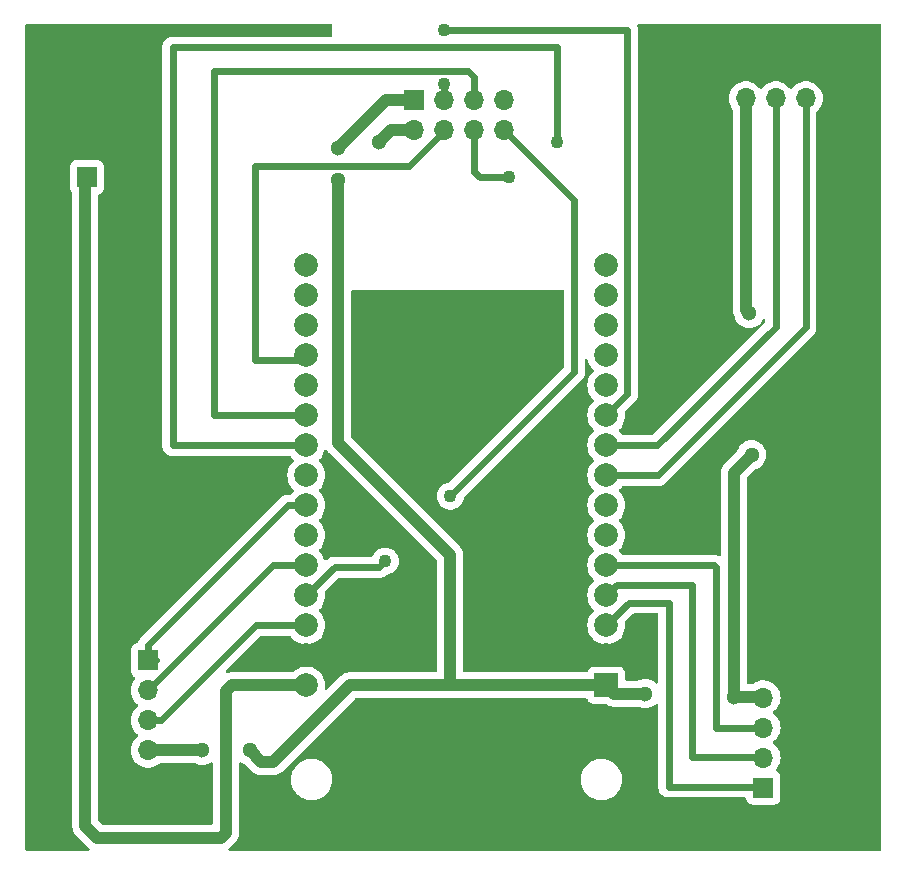
<source format=gbr>
%TF.GenerationSoftware,KiCad,Pcbnew,8.0.5*%
%TF.CreationDate,2024-09-12T11:41:08-05:00*%
%TF.ProjectId,control,636f6e74-726f-46c2-9e6b-696361645f70,rev?*%
%TF.SameCoordinates,Original*%
%TF.FileFunction,Copper,L2,Bot*%
%TF.FilePolarity,Positive*%
%FSLAX46Y46*%
G04 Gerber Fmt 4.6, Leading zero omitted, Abs format (unit mm)*
G04 Created by KiCad (PCBNEW 8.0.5) date 2024-09-12 11:41:08*
%MOMM*%
%LPD*%
G01*
G04 APERTURE LIST*
%TA.AperFunction,ComponentPad*%
%ADD10R,1.700000X1.700000*%
%TD*%
%TA.AperFunction,ComponentPad*%
%ADD11O,1.700000X1.700000*%
%TD*%
%TA.AperFunction,ComponentPad*%
%ADD12R,2.000000X2.000000*%
%TD*%
%TA.AperFunction,ComponentPad*%
%ADD13C,2.000000*%
%TD*%
%TA.AperFunction,ViaPad*%
%ADD14C,1.300000*%
%TD*%
%TA.AperFunction,ViaPad*%
%ADD15C,1.100000*%
%TD*%
%TA.AperFunction,Conductor*%
%ADD16C,1.000000*%
%TD*%
%TA.AperFunction,Conductor*%
%ADD17C,0.600000*%
%TD*%
G04 APERTURE END LIST*
D10*
%TO.P,J3,1,Pin_1*%
%TO.N,/Boton_M*%
X92900000Y-104400000D03*
D11*
%TO.P,J3,2,Pin_2*%
%TO.N,/VRY_M*%
X92900000Y-106940000D03*
%TO.P,J3,3,Pin_3*%
%TO.N,/VRX_M*%
X92900000Y-109480000D03*
%TO.P,J3,4,Pin_4*%
%TO.N,+3.3V*%
X92900000Y-112020000D03*
%TO.P,J3,5,Pin_5*%
%TO.N,GND*%
X92900000Y-114560000D03*
%TD*%
D10*
%TO.P,J4,1,Pin_1*%
%TO.N,/Boton_A*%
X145000000Y-115160000D03*
D11*
%TO.P,J4,2,Pin_2*%
%TO.N,/VRY_A*%
X145000000Y-112620000D03*
%TO.P,J4,3,Pin_3*%
%TO.N,/VRX_A*%
X145000000Y-110080000D03*
%TO.P,J4,4,Pin_4*%
%TO.N,+3.3V*%
X145000000Y-107540000D03*
%TO.P,J4,5,Pin_5*%
%TO.N,GND*%
X145000000Y-105000000D03*
%TD*%
D12*
%TO.P,U1,1,3V3*%
%TO.N,+3.3V*%
X131700000Y-106515000D03*
D13*
%TO.P,U1,2,GND*%
%TO.N,GND*%
X131700000Y-103975000D03*
%TO.P,U1,3,D15*%
%TO.N,/Boton_A*%
X131700000Y-101435000D03*
%TO.P,U1,4,D2*%
%TO.N,/VRY_A*%
X131700000Y-98895000D03*
%TO.P,U1,5,D4*%
%TO.N,/VRX_A*%
X131700000Y-96355000D03*
%TO.P,U1,6,RX2*%
%TO.N,unconnected-(U1-RX2-Pad6)*%
X131700000Y-93815000D03*
%TO.P,U1,7,TX2*%
%TO.N,unconnected-(U1-TX2-Pad7)*%
X131700000Y-91275000D03*
%TO.P,U1,8,D5*%
%TO.N,/sda*%
X131700000Y-88735000D03*
%TO.P,U1,9,D18*%
%TO.N,/scl*%
X131700000Y-86195000D03*
%TO.P,U1,10,D19*%
%TO.N,/CSN*%
X131700000Y-83655000D03*
%TO.P,U1,11,D21*%
%TO.N,unconnected-(U1-D21-Pad11)*%
X131700000Y-81115000D03*
%TO.P,U1,12,RX0*%
%TO.N,unconnected-(U1-RX0-Pad12)*%
X131700000Y-78575000D03*
%TO.P,U1,13,TX0*%
%TO.N,unconnected-(U1-TX0-Pad13)*%
X131700000Y-76035000D03*
%TO.P,U1,14,D22*%
%TO.N,unconnected-(U1-D22-Pad14)*%
X131700000Y-73495000D03*
%TO.P,U1,15,D23*%
%TO.N,unconnected-(U1-D23-Pad15)*%
X131700000Y-70955000D03*
%TO.P,U1,16,EN*%
%TO.N,unconnected-(U1-EN-Pad16)*%
X106300000Y-70955000D03*
%TO.P,U1,17,VP*%
%TO.N,unconnected-(U1-VP-Pad17)*%
X106300000Y-73495000D03*
%TO.P,U1,18,VN*%
%TO.N,unconnected-(U1-VN-Pad18)*%
X106300000Y-76035000D03*
%TO.P,U1,19,D34*%
%TO.N,/CE*%
X106300000Y-78575000D03*
%TO.P,U1,20,D35*%
%TO.N,unconnected-(U1-D35-Pad20)*%
X106300000Y-81115000D03*
%TO.P,U1,21,D32*%
%TO.N,/MOSI*%
X106300000Y-83655000D03*
%TO.P,U1,22,D33*%
%TO.N,/SCK*%
X106300000Y-86195000D03*
%TO.P,U1,23,D25*%
%TO.N,unconnected-(U1-D25-Pad23)*%
X106300000Y-88735000D03*
%TO.P,U1,24,D26*%
%TO.N,/Boton_M*%
X106300000Y-91275000D03*
%TO.P,U1,25,D27*%
%TO.N,unconnected-(U1-D27-Pad25)*%
X106300000Y-93815000D03*
%TO.P,U1,26,D14*%
%TO.N,/VRY_M*%
X106300000Y-96355000D03*
%TO.P,U1,27,D12*%
%TO.N,/MISO*%
X106300000Y-98895000D03*
%TO.P,U1,28,D13*%
%TO.N,/VRX_M*%
X106300000Y-101435000D03*
%TO.P,U1,29,GND*%
%TO.N,GND*%
X106300000Y-103975000D03*
%TO.P,U1,30,VIN*%
%TO.N,+5V*%
X106300000Y-106515000D03*
%TD*%
D10*
%TO.P,J2,1,Pin_1*%
%TO.N,+3.3V*%
X115460000Y-56960000D03*
D11*
%TO.P,J2,2,Pin_2*%
%TO.N,GND*%
X115460000Y-59500000D03*
%TO.P,J2,3,Pin_3*%
%TO.N,/CSN*%
X118000000Y-56960000D03*
%TO.P,J2,4,Pin_4*%
%TO.N,/CE*%
X118000000Y-59500000D03*
%TO.P,J2,5,Pin_5*%
%TO.N,/MOSI*%
X120540000Y-56960000D03*
%TO.P,J2,6,Pin_6*%
%TO.N,/SCK*%
X120540000Y-59500000D03*
%TO.P,J2,7,Pin_7*%
%TO.N,unconnected-(J2-Pin_7-Pad7)*%
X123080000Y-56960000D03*
%TO.P,J2,8,Pin_8*%
%TO.N,/MISO*%
X123080000Y-59500000D03*
%TD*%
D10*
%TO.P,J5,1,Pin_1*%
%TO.N,+5V*%
X87725000Y-63500000D03*
D11*
%TO.P,J5,2,Pin_2*%
%TO.N,GND*%
X90265000Y-63500000D03*
%TD*%
D10*
%TO.P,J1,1,Pin_1*%
%TO.N,GND*%
X140980000Y-56800000D03*
D11*
%TO.P,J1,2,Pin_2*%
%TO.N,+3.3V*%
X143520000Y-56800000D03*
%TO.P,J1,3,Pin_3*%
%TO.N,/scl*%
X146060000Y-56800000D03*
%TO.P,J1,4,Pin_4*%
%TO.N,/sda*%
X148600000Y-56800000D03*
%TD*%
D14*
%TO.N,+3.3V*%
X101500000Y-112000000D03*
X97500000Y-112000000D03*
X143800000Y-75000000D03*
X144000000Y-87000000D03*
X109000000Y-61000000D03*
X142500000Y-107480000D03*
X135000000Y-107200000D03*
X109000000Y-63704000D03*
%TO.N,GND*%
X90500000Y-58000000D03*
X115000000Y-104000000D03*
X118500000Y-110000000D03*
X122525000Y-103975000D03*
X103000000Y-116500000D03*
X112500000Y-60500000D03*
X95500000Y-116500000D03*
D15*
%TO.N,/SCK*%
X127500000Y-60500000D03*
X123500000Y-63500000D03*
%TO.N,/MISO*%
X118500000Y-90500000D03*
X113000000Y-96000000D03*
%TO.N,/CSN*%
X118000000Y-55604000D03*
X118000000Y-51050000D03*
%TD*%
D16*
%TO.N,+3.3V*%
X143520000Y-56800000D02*
X143520000Y-74720000D01*
X102500000Y-113000000D02*
X103500000Y-113000000D01*
X135000000Y-107200000D02*
X132385000Y-107200000D01*
X131700000Y-106515000D02*
X118500000Y-106515000D01*
X97500000Y-112000000D02*
X92920000Y-112000000D01*
X109020000Y-63724000D02*
X109020000Y-86020000D01*
X113040000Y-56960000D02*
X109000000Y-61000000D01*
X142500000Y-107480000D02*
X144940000Y-107480000D01*
X109000000Y-63704000D02*
X109020000Y-63724000D01*
X109020000Y-86020000D02*
X118500000Y-95500000D01*
X92920000Y-112000000D02*
X92900000Y-112020000D01*
X142500000Y-88500000D02*
X144000000Y-87000000D01*
X142500000Y-107480000D02*
X142500000Y-88500000D01*
X109985000Y-106515000D02*
X118500000Y-106515000D01*
X101500000Y-112000000D02*
X102500000Y-113000000D01*
X132385000Y-107200000D02*
X131700000Y-106515000D01*
X118500000Y-95500000D02*
X118500000Y-106515000D01*
X144940000Y-107480000D02*
X145000000Y-107540000D01*
X103500000Y-113000000D02*
X109985000Y-106515000D01*
X143520000Y-74720000D02*
X143800000Y-75000000D01*
X115460000Y-56960000D02*
X113040000Y-56960000D01*
%TO.N,GND*%
X113500000Y-59500000D02*
X112500000Y-60500000D01*
X115460000Y-59500000D02*
X113500000Y-59500000D01*
X122500000Y-104000000D02*
X122525000Y-103975000D01*
D17*
%TO.N,/sda*%
X148600000Y-76200000D02*
X136065000Y-88735000D01*
X148600000Y-56800000D02*
X148600000Y-76200000D01*
X136065000Y-88735000D02*
X131700000Y-88735000D01*
%TO.N,/scl*%
X146060000Y-56800000D02*
X146060000Y-76140000D01*
X136005000Y-86195000D02*
X131700000Y-86195000D01*
X146060000Y-76140000D02*
X136005000Y-86195000D01*
%TO.N,/Boton_M*%
X92900000Y-104400000D02*
X93600000Y-104400000D01*
X92900000Y-104400000D02*
X92900000Y-103100000D01*
X104725000Y-91275000D02*
X106300000Y-91275000D01*
X92900000Y-103100000D02*
X104725000Y-91275000D01*
%TO.N,/VRX_M*%
X92900000Y-109480000D02*
X94020000Y-109480000D01*
X94020000Y-109480000D02*
X102065000Y-101435000D01*
X102065000Y-101435000D02*
X106300000Y-101435000D01*
%TO.N,/Boton_A*%
X137000000Y-115100000D02*
X144940000Y-115100000D01*
X137000000Y-99500000D02*
X137000000Y-115100000D01*
X133635000Y-99500000D02*
X137000000Y-99500000D01*
X144940000Y-115100000D02*
X145000000Y-115160000D01*
X131700000Y-101435000D02*
X133635000Y-99500000D01*
D16*
%TO.N,+5V*%
X99500000Y-119000000D02*
X99500000Y-107000000D01*
X88600000Y-119400000D02*
X99100000Y-119400000D01*
X87600000Y-118400000D02*
X88600000Y-119400000D01*
X99500000Y-107000000D02*
X99985000Y-106515000D01*
X87600000Y-63625000D02*
X87600000Y-118400000D01*
X99985000Y-106515000D02*
X106300000Y-106515000D01*
X99100000Y-119400000D02*
X99500000Y-119000000D01*
X87750000Y-63475000D02*
X87600000Y-63625000D01*
D17*
%TO.N,/SCK*%
X120877262Y-59540000D02*
X120540000Y-59540000D01*
X95000000Y-52500000D02*
X95000000Y-86195000D01*
X127500000Y-52500000D02*
X95000000Y-52500000D01*
X121000000Y-63500000D02*
X123500000Y-63500000D01*
X120540000Y-63040000D02*
X121000000Y-63500000D01*
X120540000Y-59500000D02*
X120540000Y-63040000D01*
X120540000Y-59540000D02*
X120240000Y-59840000D01*
X95000000Y-86195000D02*
X106300000Y-86195000D01*
X127500000Y-60500000D02*
X127500000Y-52500000D01*
%TO.N,/MISO*%
X129000000Y-80000000D02*
X118500000Y-90500000D01*
X129000000Y-65420000D02*
X129000000Y-80000000D01*
X112500000Y-96500000D02*
X108695000Y-96500000D01*
X123080000Y-59500000D02*
X129000000Y-65420000D01*
X113000000Y-96000000D02*
X112500000Y-96500000D01*
X108695000Y-96500000D02*
X106300000Y-98895000D01*
X122700000Y-59920000D02*
X123120000Y-59500000D01*
%TO.N,/CE*%
X102000000Y-79000000D02*
X105875000Y-79000000D01*
X102000000Y-62500000D02*
X102000000Y-79000000D01*
X115040000Y-62500000D02*
X102000000Y-62500000D01*
X105875000Y-79000000D02*
X106300000Y-78575000D01*
X118000000Y-59540000D02*
X115040000Y-62500000D01*
%TO.N,/CSN*%
X118000000Y-51000000D02*
X133500000Y-51000000D01*
X118000000Y-55604000D02*
X118000000Y-56960000D01*
X118000000Y-57000000D02*
X117700000Y-56700000D01*
X133500000Y-81855000D02*
X131700000Y-83655000D01*
X133500000Y-51000000D02*
X133500000Y-81855000D01*
X118000000Y-51000000D02*
X118000000Y-51050000D01*
%TO.N,/MOSI*%
X120540000Y-55000000D02*
X120000000Y-54460000D01*
X120540000Y-55000000D02*
X120540000Y-56960000D01*
X98500000Y-54500000D02*
X98500000Y-83655000D01*
X116290000Y-54460000D02*
X119500000Y-54460000D01*
X120000000Y-54460000D02*
X119500000Y-54460000D01*
X116000000Y-54500000D02*
X98500000Y-54500000D01*
X98500000Y-83655000D02*
X106300000Y-83655000D01*
%TO.N,/VRY_M*%
X103485000Y-96355000D02*
X106300000Y-96355000D01*
X92900000Y-106940000D02*
X103485000Y-96355000D01*
%TO.N,/VRX_A*%
X141000000Y-96500000D02*
X140855000Y-96355000D01*
X141000000Y-110080000D02*
X141000000Y-96500000D01*
X145000000Y-110080000D02*
X141000000Y-110080000D01*
X140855000Y-96355000D02*
X131700000Y-96355000D01*
%TO.N,/VRY_A*%
X139000000Y-112560000D02*
X144940000Y-112560000D01*
X131700000Y-98895000D02*
X132595000Y-98000000D01*
X132595000Y-98000000D02*
X139000000Y-98000000D01*
X139000000Y-98000000D02*
X139000000Y-112560000D01*
X144940000Y-112560000D02*
X145000000Y-112620000D01*
%TO.N,unconnected-(U1-D21-Pad11)*%
X131700000Y-81115000D02*
X131815000Y-81000000D01*
%TD*%
%TA.AperFunction,Conductor*%
%TO.N,GND*%
G36*
X108443039Y-50520185D02*
G01*
X108488794Y-50572989D01*
X108500000Y-50624500D01*
X108500000Y-51475500D01*
X108480315Y-51542539D01*
X108427511Y-51588294D01*
X108376000Y-51599500D01*
X94911306Y-51599500D01*
X94737341Y-51634103D01*
X94737332Y-51634106D01*
X94573459Y-51701983D01*
X94573446Y-51701990D01*
X94425965Y-51800535D01*
X94425961Y-51800538D01*
X94300538Y-51925961D01*
X94300535Y-51925965D01*
X94201990Y-52073446D01*
X94201983Y-52073459D01*
X94134106Y-52237332D01*
X94134103Y-52237341D01*
X94099500Y-52411304D01*
X94099500Y-86283695D01*
X94134103Y-86457658D01*
X94134106Y-86457667D01*
X94201983Y-86621540D01*
X94201990Y-86621553D01*
X94300535Y-86769034D01*
X94300538Y-86769038D01*
X94425961Y-86894461D01*
X94425965Y-86894464D01*
X94573446Y-86993009D01*
X94573459Y-86993016D01*
X94655392Y-87026953D01*
X94737334Y-87060894D01*
X94737336Y-87060894D01*
X94737341Y-87060896D01*
X94911304Y-87095499D01*
X94911307Y-87095500D01*
X94911309Y-87095500D01*
X104907138Y-87095500D01*
X104974177Y-87115185D01*
X105001427Y-87138967D01*
X105164776Y-87330224D01*
X105212178Y-87370709D01*
X105212179Y-87370710D01*
X105250372Y-87429217D01*
X105250870Y-87499085D01*
X105213516Y-87558131D01*
X105212179Y-87559290D01*
X105164776Y-87599776D01*
X105001161Y-87791343D01*
X105001160Y-87791346D01*
X104869533Y-88006140D01*
X104773126Y-88238889D01*
X104714317Y-88483848D01*
X104694551Y-88735000D01*
X104714317Y-88986151D01*
X104773126Y-89231110D01*
X104869533Y-89463859D01*
X105001160Y-89678653D01*
X105001161Y-89678656D01*
X105037833Y-89721593D01*
X105164776Y-89870224D01*
X105212178Y-89910709D01*
X105212179Y-89910710D01*
X105250372Y-89969217D01*
X105250870Y-90039085D01*
X105213516Y-90098131D01*
X105212186Y-90099283D01*
X105164776Y-90139776D01*
X105038446Y-90287690D01*
X105001428Y-90331032D01*
X104942921Y-90369225D01*
X104907138Y-90374500D01*
X104636306Y-90374500D01*
X104462340Y-90409104D01*
X104462332Y-90409106D01*
X104298459Y-90476983D01*
X104298446Y-90476990D01*
X104150966Y-90575534D01*
X104150964Y-90575537D01*
X92200537Y-102525962D01*
X92200534Y-102525965D01*
X92187481Y-102545502D01*
X92101988Y-102673449D01*
X92101987Y-102673452D01*
X92076976Y-102733835D01*
X92076976Y-102733836D01*
X92034104Y-102837335D01*
X92034103Y-102837338D01*
X92029159Y-102862195D01*
X91996773Y-102924106D01*
X91936057Y-102958679D01*
X91923728Y-102960941D01*
X91893245Y-102964954D01*
X91893237Y-102964956D01*
X91747160Y-103025463D01*
X91621718Y-103121718D01*
X91525463Y-103247160D01*
X91464956Y-103393237D01*
X91464955Y-103393239D01*
X91449501Y-103510629D01*
X91449501Y-103510636D01*
X91449500Y-103510645D01*
X91449500Y-105289363D01*
X91464953Y-105406753D01*
X91464956Y-105406762D01*
X91525464Y-105552841D01*
X91621718Y-105678282D01*
X91747159Y-105774536D01*
X91763666Y-105781373D01*
X91767175Y-105782827D01*
X91821579Y-105826669D01*
X91843643Y-105892963D01*
X91826363Y-105960662D01*
X91810952Y-105981370D01*
X91751435Y-106046022D01*
X91751427Y-106046033D01*
X91619951Y-106247270D01*
X91523389Y-106467410D01*
X91464379Y-106700440D01*
X91444529Y-106939994D01*
X91444529Y-106940005D01*
X91464379Y-107179559D01*
X91523389Y-107412589D01*
X91619951Y-107632729D01*
X91729922Y-107801051D01*
X91751429Y-107833969D01*
X91914236Y-108010825D01*
X91967337Y-108052155D01*
X92044414Y-108112147D01*
X92085227Y-108168857D01*
X92088901Y-108238630D01*
X92054269Y-108299313D01*
X92044414Y-108307853D01*
X91914238Y-108409173D01*
X91751430Y-108586029D01*
X91751427Y-108586033D01*
X91619951Y-108787270D01*
X91523389Y-109007410D01*
X91464379Y-109240440D01*
X91444529Y-109479994D01*
X91444529Y-109480005D01*
X91464379Y-109719559D01*
X91523389Y-109952589D01*
X91619951Y-110172729D01*
X91733087Y-110345895D01*
X91751429Y-110373969D01*
X91914236Y-110550825D01*
X91985144Y-110606014D01*
X92044414Y-110652147D01*
X92085227Y-110708857D01*
X92088901Y-110778630D01*
X92054269Y-110839313D01*
X92044414Y-110847853D01*
X91914238Y-110949173D01*
X91751430Y-111126029D01*
X91751427Y-111126033D01*
X91619951Y-111327270D01*
X91523389Y-111547410D01*
X91464379Y-111780440D01*
X91444529Y-112019994D01*
X91444529Y-112020005D01*
X91464379Y-112259559D01*
X91523389Y-112492589D01*
X91619951Y-112712729D01*
X91743384Y-112901656D01*
X91751429Y-112913969D01*
X91914236Y-113090825D01*
X91914239Y-113090827D01*
X91914242Y-113090830D01*
X92103924Y-113238466D01*
X92103930Y-113238470D01*
X92103933Y-113238472D01*
X92315344Y-113352882D01*
X92315347Y-113352883D01*
X92542699Y-113430933D01*
X92542701Y-113430933D01*
X92542703Y-113430934D01*
X92779808Y-113470500D01*
X92779809Y-113470500D01*
X93020191Y-113470500D01*
X93020192Y-113470500D01*
X93257297Y-113430934D01*
X93484656Y-113352882D01*
X93696067Y-113238472D01*
X93805579Y-113153235D01*
X93839742Y-113126646D01*
X93904736Y-113101004D01*
X93915904Y-113100500D01*
X96873603Y-113100500D01*
X96926007Y-113112117D01*
X97070670Y-113179575D01*
X97282023Y-113236207D01*
X97464926Y-113252208D01*
X97499998Y-113255277D01*
X97500000Y-113255277D01*
X97500002Y-113255277D01*
X97528254Y-113252805D01*
X97717977Y-113236207D01*
X97929330Y-113179575D01*
X98127639Y-113087102D01*
X98204376Y-113033369D01*
X98270582Y-113011042D01*
X98338349Y-113028052D01*
X98386163Y-113078999D01*
X98399500Y-113134944D01*
X98399500Y-118175500D01*
X98379815Y-118242539D01*
X98327011Y-118288294D01*
X98275500Y-118299500D01*
X89107204Y-118299500D01*
X89040165Y-118279815D01*
X89019523Y-118263181D01*
X88736819Y-117980477D01*
X88703334Y-117919154D01*
X88700500Y-117892796D01*
X88700500Y-65030847D01*
X88720185Y-64963808D01*
X88772989Y-64918053D01*
X88777032Y-64916292D01*
X88877841Y-64874536D01*
X89003282Y-64778282D01*
X89099536Y-64652841D01*
X89160044Y-64506762D01*
X89175500Y-64389361D01*
X89175499Y-62610640D01*
X89175499Y-62610639D01*
X89175499Y-62610636D01*
X89160046Y-62493246D01*
X89160044Y-62493239D01*
X89160044Y-62493238D01*
X89099536Y-62347159D01*
X89003282Y-62221718D01*
X88877841Y-62125464D01*
X88731762Y-62064956D01*
X88731760Y-62064955D01*
X88614370Y-62049501D01*
X88614367Y-62049500D01*
X88614361Y-62049500D01*
X88614354Y-62049500D01*
X86835636Y-62049500D01*
X86718246Y-62064953D01*
X86718237Y-62064956D01*
X86572160Y-62125463D01*
X86446718Y-62221718D01*
X86350463Y-62347160D01*
X86289956Y-62493237D01*
X86289955Y-62493239D01*
X86275966Y-62599500D01*
X86274501Y-62610636D01*
X86274500Y-62610645D01*
X86274500Y-64389363D01*
X86289953Y-64506753D01*
X86289956Y-64506762D01*
X86350464Y-64652842D01*
X86446715Y-64778279D01*
X86446716Y-64778280D01*
X86446718Y-64778282D01*
X86450982Y-64781554D01*
X86492187Y-64837978D01*
X86499500Y-64879932D01*
X86499500Y-118313389D01*
X86499500Y-118486611D01*
X86526598Y-118657701D01*
X86580127Y-118822445D01*
X86658768Y-118976788D01*
X86760586Y-119116928D01*
X87760586Y-120116928D01*
X87883072Y-120239414D01*
X87932303Y-120275183D01*
X87974968Y-120330512D01*
X87980947Y-120400126D01*
X87948341Y-120461921D01*
X87887502Y-120496278D01*
X87859417Y-120499500D01*
X82624500Y-120499500D01*
X82557461Y-120479815D01*
X82511706Y-120427011D01*
X82500500Y-120375500D01*
X82500500Y-50624500D01*
X82520185Y-50557461D01*
X82572989Y-50511706D01*
X82624500Y-50500500D01*
X108376000Y-50500500D01*
X108443039Y-50520185D01*
G37*
%TD.AperFunction*%
%TA.AperFunction,Conductor*%
G36*
X154942539Y-50520185D02*
G01*
X154988294Y-50572989D01*
X154999500Y-50624500D01*
X154999500Y-120375500D01*
X154979815Y-120442539D01*
X154927011Y-120488294D01*
X154875500Y-120499500D01*
X99840583Y-120499500D01*
X99773544Y-120479815D01*
X99727789Y-120427011D01*
X99717845Y-120357853D01*
X99746870Y-120294297D01*
X99767694Y-120275184D01*
X99816928Y-120239414D01*
X100339414Y-119716928D01*
X100441232Y-119576788D01*
X100519873Y-119422446D01*
X100573402Y-119257701D01*
X100600500Y-119086611D01*
X100600500Y-118913390D01*
X100600500Y-114360258D01*
X105019500Y-114360258D01*
X105019500Y-114589741D01*
X105044446Y-114779215D01*
X105049452Y-114817238D01*
X105049453Y-114817240D01*
X105108842Y-115038887D01*
X105196650Y-115250876D01*
X105196657Y-115250890D01*
X105311392Y-115449617D01*
X105451081Y-115631661D01*
X105451089Y-115631670D01*
X105613330Y-115793911D01*
X105613338Y-115793918D01*
X105613339Y-115793919D01*
X105663962Y-115832764D01*
X105795382Y-115933607D01*
X105795385Y-115933608D01*
X105795388Y-115933611D01*
X105994112Y-116048344D01*
X105994117Y-116048346D01*
X105994123Y-116048349D01*
X106053610Y-116072989D01*
X106206113Y-116136158D01*
X106427762Y-116195548D01*
X106655266Y-116225500D01*
X106655273Y-116225500D01*
X106884727Y-116225500D01*
X106884734Y-116225500D01*
X107112238Y-116195548D01*
X107333887Y-116136158D01*
X107545888Y-116048344D01*
X107744612Y-115933611D01*
X107926661Y-115793919D01*
X107926665Y-115793914D01*
X107926670Y-115793911D01*
X108088911Y-115631670D01*
X108088914Y-115631665D01*
X108088919Y-115631661D01*
X108228611Y-115449612D01*
X108343344Y-115250888D01*
X108431158Y-115038887D01*
X108490548Y-114817238D01*
X108520500Y-114589734D01*
X108520500Y-114360266D01*
X108520499Y-114360258D01*
X129529500Y-114360258D01*
X129529500Y-114589741D01*
X129554446Y-114779215D01*
X129559452Y-114817238D01*
X129559453Y-114817240D01*
X129618842Y-115038887D01*
X129706650Y-115250876D01*
X129706657Y-115250890D01*
X129821392Y-115449617D01*
X129961081Y-115631661D01*
X129961089Y-115631670D01*
X130123330Y-115793911D01*
X130123338Y-115793918D01*
X130123339Y-115793919D01*
X130173962Y-115832764D01*
X130305382Y-115933607D01*
X130305385Y-115933608D01*
X130305388Y-115933611D01*
X130504112Y-116048344D01*
X130504117Y-116048346D01*
X130504123Y-116048349D01*
X130563610Y-116072989D01*
X130716113Y-116136158D01*
X130937762Y-116195548D01*
X131165266Y-116225500D01*
X131165273Y-116225500D01*
X131394727Y-116225500D01*
X131394734Y-116225500D01*
X131622238Y-116195548D01*
X131843887Y-116136158D01*
X132055888Y-116048344D01*
X132254612Y-115933611D01*
X132436661Y-115793919D01*
X132436665Y-115793914D01*
X132436670Y-115793911D01*
X132598911Y-115631670D01*
X132598914Y-115631665D01*
X132598919Y-115631661D01*
X132738611Y-115449612D01*
X132853344Y-115250888D01*
X132941158Y-115038887D01*
X133000548Y-114817238D01*
X133030500Y-114589734D01*
X133030500Y-114360266D01*
X133000548Y-114132762D01*
X132941158Y-113911113D01*
X132885677Y-113777170D01*
X132853349Y-113699123D01*
X132853346Y-113699117D01*
X132853344Y-113699112D01*
X132738611Y-113500388D01*
X132738608Y-113500385D01*
X132738607Y-113500382D01*
X132598918Y-113318338D01*
X132598911Y-113318330D01*
X132436670Y-113156089D01*
X132436661Y-113156081D01*
X132254617Y-113016392D01*
X132055890Y-112901657D01*
X132055876Y-112901650D01*
X131843887Y-112813842D01*
X131622238Y-112754452D01*
X131584215Y-112749446D01*
X131394741Y-112724500D01*
X131394734Y-112724500D01*
X131165266Y-112724500D01*
X131165258Y-112724500D01*
X130948715Y-112753009D01*
X130937762Y-112754452D01*
X130882400Y-112769286D01*
X130716112Y-112813842D01*
X130504123Y-112901650D01*
X130504109Y-112901657D01*
X130305382Y-113016392D01*
X130123338Y-113156081D01*
X129961081Y-113318338D01*
X129821392Y-113500382D01*
X129706657Y-113699109D01*
X129706650Y-113699123D01*
X129618842Y-113911112D01*
X129610772Y-113941230D01*
X129568097Y-114100500D01*
X129559453Y-114132759D01*
X129559451Y-114132770D01*
X129529500Y-114360258D01*
X108520499Y-114360258D01*
X108490548Y-114132762D01*
X108431158Y-113911113D01*
X108375677Y-113777170D01*
X108343349Y-113699123D01*
X108343346Y-113699117D01*
X108343344Y-113699112D01*
X108228611Y-113500388D01*
X108228608Y-113500385D01*
X108228607Y-113500382D01*
X108088918Y-113318338D01*
X108088911Y-113318330D01*
X107926670Y-113156089D01*
X107926661Y-113156081D01*
X107744617Y-113016392D01*
X107545890Y-112901657D01*
X107545876Y-112901650D01*
X107333887Y-112813842D01*
X107112238Y-112754452D01*
X107074215Y-112749446D01*
X106884741Y-112724500D01*
X106884734Y-112724500D01*
X106655266Y-112724500D01*
X106655258Y-112724500D01*
X106438715Y-112753009D01*
X106427762Y-112754452D01*
X106372400Y-112769286D01*
X106206112Y-112813842D01*
X105994123Y-112901650D01*
X105994109Y-112901657D01*
X105795382Y-113016392D01*
X105613338Y-113156081D01*
X105451081Y-113318338D01*
X105311392Y-113500382D01*
X105196657Y-113699109D01*
X105196650Y-113699123D01*
X105108842Y-113911112D01*
X105100772Y-113941230D01*
X105058097Y-114100500D01*
X105049453Y-114132759D01*
X105049451Y-114132770D01*
X105019500Y-114360258D01*
X100600500Y-114360258D01*
X100600500Y-113134944D01*
X100620185Y-113067905D01*
X100672989Y-113022150D01*
X100742147Y-113012206D01*
X100795623Y-113033369D01*
X100872361Y-113087102D01*
X101070670Y-113179575D01*
X101110379Y-113190214D01*
X101165966Y-113222308D01*
X101660586Y-113716928D01*
X101783072Y-113839414D01*
X101862186Y-113896894D01*
X101923207Y-113941229D01*
X101923209Y-113941230D01*
X101923212Y-113941232D01*
X101946077Y-113952882D01*
X102077550Y-114019871D01*
X102077552Y-114019871D01*
X102077555Y-114019873D01*
X102242299Y-114073403D01*
X102389996Y-114096795D01*
X102413389Y-114100500D01*
X103586610Y-114100500D01*
X103586611Y-114100500D01*
X103757701Y-114073402D01*
X103922445Y-114019873D01*
X104076788Y-113941232D01*
X104216928Y-113839414D01*
X110404523Y-107651819D01*
X110465846Y-107618334D01*
X110492204Y-107615500D01*
X118413389Y-107615500D01*
X118586611Y-107615500D01*
X130008798Y-107615500D01*
X130075837Y-107635185D01*
X130121592Y-107687989D01*
X130123359Y-107692048D01*
X130175462Y-107817838D01*
X130175463Y-107817840D01*
X130175464Y-107817841D01*
X130271718Y-107943282D01*
X130397159Y-108039536D01*
X130543238Y-108100044D01*
X130660639Y-108115500D01*
X131732503Y-108115499D01*
X131799542Y-108135183D01*
X131805388Y-108139180D01*
X131808212Y-108141232D01*
X131962549Y-108219871D01*
X131962551Y-108219871D01*
X131962554Y-108219873D01*
X132127299Y-108273402D01*
X132298389Y-108300500D01*
X132471610Y-108300500D01*
X134373603Y-108300500D01*
X134426007Y-108312117D01*
X134570670Y-108379575D01*
X134782023Y-108436207D01*
X134964926Y-108452208D01*
X134999998Y-108455277D01*
X135000000Y-108455277D01*
X135000002Y-108455277D01*
X135028254Y-108452805D01*
X135217977Y-108436207D01*
X135429330Y-108379575D01*
X135627639Y-108287102D01*
X135806877Y-108161598D01*
X135887819Y-108080656D01*
X135949142Y-108047171D01*
X136018834Y-108052155D01*
X136074767Y-108094027D01*
X136099184Y-108159491D01*
X136099500Y-108168337D01*
X136099500Y-115188695D01*
X136134103Y-115362658D01*
X136134106Y-115362667D01*
X136201983Y-115526540D01*
X136201990Y-115526553D01*
X136300535Y-115674034D01*
X136300538Y-115674038D01*
X136425961Y-115799461D01*
X136425965Y-115799464D01*
X136573446Y-115898009D01*
X136573459Y-115898016D01*
X136659385Y-115933607D01*
X136737334Y-115965894D01*
X136737336Y-115965894D01*
X136737341Y-115965896D01*
X136911304Y-116000499D01*
X136911307Y-116000500D01*
X136911309Y-116000500D01*
X137088691Y-116000500D01*
X143434323Y-116000500D01*
X143501362Y-116020185D01*
X143547117Y-116072989D01*
X143557261Y-116108311D01*
X143564956Y-116166762D01*
X143625464Y-116312841D01*
X143721718Y-116438282D01*
X143847159Y-116534536D01*
X143993238Y-116595044D01*
X144110639Y-116610500D01*
X145889360Y-116610499D01*
X145889363Y-116610499D01*
X146006753Y-116595046D01*
X146006757Y-116595044D01*
X146006762Y-116595044D01*
X146152841Y-116534536D01*
X146278282Y-116438282D01*
X146374536Y-116312841D01*
X146435044Y-116166762D01*
X146450500Y-116049361D01*
X146450499Y-114270640D01*
X146450499Y-114270636D01*
X146435046Y-114153246D01*
X146435044Y-114153241D01*
X146435044Y-114153238D01*
X146374536Y-114007159D01*
X146278282Y-113881718D01*
X146152841Y-113785464D01*
X146152840Y-113785463D01*
X146152838Y-113785462D01*
X146132822Y-113777171D01*
X146078419Y-113733329D01*
X146056356Y-113667034D01*
X146073637Y-113599335D01*
X146089042Y-113578634D01*
X146148571Y-113513969D01*
X146280049Y-113312728D01*
X146376610Y-113092591D01*
X146435620Y-112859563D01*
X146455471Y-112620000D01*
X146444913Y-112492591D01*
X146435620Y-112380440D01*
X146435620Y-112380437D01*
X146376610Y-112147409D01*
X146280049Y-111927272D01*
X146252089Y-111884477D01*
X146148572Y-111726033D01*
X146148571Y-111726031D01*
X145985764Y-111549175D01*
X145855585Y-111447852D01*
X145814773Y-111391143D01*
X145811098Y-111321370D01*
X145845730Y-111260687D01*
X145855585Y-111252147D01*
X145985764Y-111150825D01*
X146148571Y-110973969D01*
X146280049Y-110772728D01*
X146376610Y-110552591D01*
X146435620Y-110319563D01*
X146455471Y-110080000D01*
X146444913Y-109952591D01*
X146435620Y-109840440D01*
X146435620Y-109840437D01*
X146376610Y-109607409D01*
X146280049Y-109387272D01*
X146148571Y-109186031D01*
X145985764Y-109009175D01*
X145855585Y-108907852D01*
X145814773Y-108851143D01*
X145811098Y-108781370D01*
X145845730Y-108720687D01*
X145855585Y-108712147D01*
X145985764Y-108610825D01*
X146148571Y-108433969D01*
X146280049Y-108232728D01*
X146376610Y-108012591D01*
X146435620Y-107779563D01*
X146446205Y-107651819D01*
X146455471Y-107540005D01*
X146455471Y-107539994D01*
X146435620Y-107300440D01*
X146435620Y-107300437D01*
X146376610Y-107067409D01*
X146280049Y-106847272D01*
X146268263Y-106829233D01*
X146148572Y-106646033D01*
X146148571Y-106646031D01*
X145985764Y-106469175D01*
X145985759Y-106469171D01*
X145985757Y-106469169D01*
X145796075Y-106321533D01*
X145796069Y-106321529D01*
X145584657Y-106207118D01*
X145584652Y-106207116D01*
X145357300Y-106129066D01*
X145179468Y-106099391D01*
X145120192Y-106089500D01*
X144879808Y-106089500D01*
X144832387Y-106097413D01*
X144642699Y-106129066D01*
X144415347Y-106207116D01*
X144415342Y-106207118D01*
X144203935Y-106321526D01*
X144198990Y-106325375D01*
X144163042Y-106353354D01*
X144098050Y-106378996D01*
X144086882Y-106379500D01*
X143724500Y-106379500D01*
X143657461Y-106359815D01*
X143611706Y-106307011D01*
X143600500Y-106255500D01*
X143600500Y-89007203D01*
X143620185Y-88940164D01*
X143636815Y-88919526D01*
X144334034Y-88222306D01*
X144389619Y-88190215D01*
X144429330Y-88179575D01*
X144627639Y-88087102D01*
X144806877Y-87961598D01*
X144961598Y-87806877D01*
X145087102Y-87627639D01*
X145179575Y-87429330D01*
X145236207Y-87217977D01*
X145255277Y-87000000D01*
X145254665Y-86993009D01*
X145251569Y-86957618D01*
X145236207Y-86782023D01*
X145193209Y-86621553D01*
X145179577Y-86570677D01*
X145179576Y-86570676D01*
X145179575Y-86570670D01*
X145087102Y-86372362D01*
X145087100Y-86372359D01*
X145087099Y-86372357D01*
X144961599Y-86193124D01*
X144961596Y-86193121D01*
X144806877Y-86038402D01*
X144627639Y-85912898D01*
X144627640Y-85912898D01*
X144627638Y-85912897D01*
X144528484Y-85866661D01*
X144429330Y-85820425D01*
X144429326Y-85820424D01*
X144429322Y-85820422D01*
X144217977Y-85763793D01*
X144000002Y-85744723D01*
X143999998Y-85744723D01*
X143854682Y-85757436D01*
X143782023Y-85763793D01*
X143782020Y-85763793D01*
X143570677Y-85820422D01*
X143570668Y-85820426D01*
X143372361Y-85912898D01*
X143372357Y-85912900D01*
X143193121Y-86038402D01*
X143038402Y-86193121D01*
X142912900Y-86372357D01*
X142912898Y-86372361D01*
X142820425Y-86570668D01*
X142809783Y-86610383D01*
X142777690Y-86665966D01*
X141783072Y-87660586D01*
X141660588Y-87783069D01*
X141660588Y-87783070D01*
X141660586Y-87783072D01*
X141625280Y-87831666D01*
X141558768Y-87923211D01*
X141480128Y-88077552D01*
X141426597Y-88242302D01*
X141399500Y-88413389D01*
X141399500Y-95420265D01*
X141379815Y-95487304D01*
X141327011Y-95533059D01*
X141257853Y-95543003D01*
X141228049Y-95534827D01*
X141199608Y-95523047D01*
X141199606Y-95523046D01*
X141117666Y-95489105D01*
X141117658Y-95489103D01*
X140943696Y-95454500D01*
X140943692Y-95454500D01*
X140943691Y-95454500D01*
X133092862Y-95454500D01*
X133025823Y-95434815D01*
X132998572Y-95411032D01*
X132835224Y-95219776D01*
X132787819Y-95179289D01*
X132749627Y-95120784D01*
X132749128Y-95050916D01*
X132786482Y-94991870D01*
X132787756Y-94990764D01*
X132835224Y-94950224D01*
X132998836Y-94758659D01*
X133130466Y-94543859D01*
X133226873Y-94311111D01*
X133285683Y-94066148D01*
X133305449Y-93815000D01*
X133285683Y-93563852D01*
X133226873Y-93318889D01*
X133130466Y-93086141D01*
X133130466Y-93086140D01*
X132998839Y-92871346D01*
X132998838Y-92871343D01*
X132835224Y-92679776D01*
X132787819Y-92639289D01*
X132749627Y-92580784D01*
X132749128Y-92510916D01*
X132786482Y-92451870D01*
X132787756Y-92450764D01*
X132835224Y-92410224D01*
X132998836Y-92218659D01*
X133130466Y-92003859D01*
X133226873Y-91771111D01*
X133285683Y-91526148D01*
X133305449Y-91275000D01*
X133285683Y-91023852D01*
X133226873Y-90778889D01*
X133199294Y-90712308D01*
X133130466Y-90546140D01*
X132998839Y-90331346D01*
X132998838Y-90331343D01*
X132835224Y-90139776D01*
X132787819Y-90099289D01*
X132749627Y-90040784D01*
X132749128Y-89970916D01*
X132786482Y-89911870D01*
X132787756Y-89910764D01*
X132835224Y-89870224D01*
X132998572Y-89678967D01*
X133057079Y-89640775D01*
X133092862Y-89635500D01*
X136153693Y-89635500D01*
X136153694Y-89635499D01*
X136327666Y-89600895D01*
X136409606Y-89566953D01*
X136491547Y-89533013D01*
X136491549Y-89533011D01*
X136491552Y-89533010D01*
X136579955Y-89473939D01*
X136579955Y-89473938D01*
X136579959Y-89473936D01*
X136639036Y-89434464D01*
X149299464Y-76774036D01*
X149339555Y-76714035D01*
X149398013Y-76626547D01*
X149431953Y-76544606D01*
X149465895Y-76462666D01*
X149500500Y-76288692D01*
X149500500Y-76111308D01*
X149500500Y-57997808D01*
X149520185Y-57930769D01*
X149548339Y-57899954D01*
X149585758Y-57870830D01*
X149585758Y-57870829D01*
X149585764Y-57870825D01*
X149748571Y-57693969D01*
X149880049Y-57492728D01*
X149976610Y-57272591D01*
X150035620Y-57039563D01*
X150055471Y-56800000D01*
X150035620Y-56560437D01*
X149976610Y-56327409D01*
X149880049Y-56107272D01*
X149869999Y-56091890D01*
X149748572Y-55906033D01*
X149748571Y-55906031D01*
X149585764Y-55729175D01*
X149585759Y-55729171D01*
X149585757Y-55729169D01*
X149396075Y-55581533D01*
X149396069Y-55581529D01*
X149184657Y-55467118D01*
X149184652Y-55467116D01*
X148957300Y-55389066D01*
X148779468Y-55359391D01*
X148720192Y-55349500D01*
X148479808Y-55349500D01*
X148432387Y-55357413D01*
X148242699Y-55389066D01*
X148015347Y-55467116D01*
X148015342Y-55467118D01*
X147803930Y-55581529D01*
X147803924Y-55581533D01*
X147614242Y-55729169D01*
X147614239Y-55729172D01*
X147451430Y-55906029D01*
X147451429Y-55906031D01*
X147433807Y-55933003D01*
X147380660Y-55978358D01*
X147311429Y-55987780D01*
X147248093Y-55958277D01*
X147226193Y-55933003D01*
X147224154Y-55929883D01*
X147208571Y-55906031D01*
X147045764Y-55729175D01*
X147045759Y-55729171D01*
X147045757Y-55729169D01*
X146856075Y-55581533D01*
X146856069Y-55581529D01*
X146644657Y-55467118D01*
X146644652Y-55467116D01*
X146417300Y-55389066D01*
X146239468Y-55359391D01*
X146180192Y-55349500D01*
X145939808Y-55349500D01*
X145892387Y-55357413D01*
X145702699Y-55389066D01*
X145475347Y-55467116D01*
X145475342Y-55467118D01*
X145263930Y-55581529D01*
X145263924Y-55581533D01*
X145074242Y-55729169D01*
X145074239Y-55729172D01*
X144911430Y-55906029D01*
X144911429Y-55906031D01*
X144893807Y-55933003D01*
X144840660Y-55978358D01*
X144771429Y-55987780D01*
X144708093Y-55958277D01*
X144686193Y-55933003D01*
X144684154Y-55929883D01*
X144668571Y-55906031D01*
X144505764Y-55729175D01*
X144505759Y-55729171D01*
X144505757Y-55729169D01*
X144316075Y-55581533D01*
X144316069Y-55581529D01*
X144104657Y-55467118D01*
X144104652Y-55467116D01*
X143877300Y-55389066D01*
X143699468Y-55359391D01*
X143640192Y-55349500D01*
X143399808Y-55349500D01*
X143352387Y-55357413D01*
X143162699Y-55389066D01*
X142935347Y-55467116D01*
X142935342Y-55467118D01*
X142723930Y-55581529D01*
X142723924Y-55581533D01*
X142534242Y-55729169D01*
X142534239Y-55729172D01*
X142371430Y-55906029D01*
X142371427Y-55906033D01*
X142239951Y-56107270D01*
X142143389Y-56327410D01*
X142084379Y-56560440D01*
X142064529Y-56799994D01*
X142064529Y-56800005D01*
X142084379Y-57039559D01*
X142143389Y-57272589D01*
X142239951Y-57492729D01*
X142371427Y-57693966D01*
X142371430Y-57693970D01*
X142386730Y-57710590D01*
X142417652Y-57773245D01*
X142419500Y-57794573D01*
X142419500Y-74633389D01*
X142419500Y-74806611D01*
X142446598Y-74977701D01*
X142483522Y-75091341D01*
X142500128Y-75142447D01*
X142578769Y-75296790D01*
X142580290Y-75299272D01*
X142594335Y-75331964D01*
X142620423Y-75429324D01*
X142620425Y-75429330D01*
X142643498Y-75478810D01*
X142712897Y-75627638D01*
X142712898Y-75627639D01*
X142838402Y-75806877D01*
X142993123Y-75961598D01*
X143172361Y-76087102D01*
X143370670Y-76179575D01*
X143582023Y-76236207D01*
X143764926Y-76252208D01*
X143799998Y-76255277D01*
X143800000Y-76255277D01*
X143800002Y-76255277D01*
X143828254Y-76252805D01*
X144017977Y-76236207D01*
X144229330Y-76179575D01*
X144427639Y-76087102D01*
X144606877Y-75961598D01*
X144761598Y-75806877D01*
X144887102Y-75627639D01*
X144923118Y-75550401D01*
X144969290Y-75497962D01*
X145036483Y-75478810D01*
X145103365Y-75499025D01*
X145148699Y-75552191D01*
X145159500Y-75602806D01*
X145159500Y-75715638D01*
X145139815Y-75782677D01*
X145123181Y-75803319D01*
X135668319Y-85258181D01*
X135606996Y-85291666D01*
X135580638Y-85294500D01*
X133092862Y-85294500D01*
X133025823Y-85274815D01*
X132998572Y-85251032D01*
X132835224Y-85059776D01*
X132787819Y-85019289D01*
X132749627Y-84960784D01*
X132749128Y-84890916D01*
X132786482Y-84831870D01*
X132787756Y-84830764D01*
X132835224Y-84790224D01*
X132998836Y-84598659D01*
X133130466Y-84383859D01*
X133226873Y-84151111D01*
X133285683Y-83906148D01*
X133305449Y-83655000D01*
X133285714Y-83404253D01*
X133300078Y-83335879D01*
X133321647Y-83306850D01*
X134199463Y-82429036D01*
X134199464Y-82429035D01*
X134298013Y-82281547D01*
X134365894Y-82117666D01*
X134377633Y-82058653D01*
X134400499Y-81943695D01*
X134400500Y-81943693D01*
X134400500Y-50911306D01*
X134400499Y-50911304D01*
X134365896Y-50737341D01*
X134365893Y-50737332D01*
X134338812Y-50671952D01*
X134331343Y-50602483D01*
X134362618Y-50540004D01*
X134422707Y-50504352D01*
X134453373Y-50500500D01*
X154875500Y-50500500D01*
X154942539Y-50520185D01*
G37*
%TD.AperFunction*%
%TA.AperFunction,Conductor*%
G36*
X108010860Y-86531509D02*
G01*
X108065884Y-86574568D01*
X108075531Y-86590436D01*
X108078767Y-86596787D01*
X108078768Y-86596788D01*
X108180586Y-86736928D01*
X108180588Y-86736930D01*
X117363181Y-95919523D01*
X117396666Y-95980846D01*
X117399500Y-96007204D01*
X117399500Y-105290500D01*
X117379815Y-105357539D01*
X117327011Y-105403294D01*
X117275500Y-105414500D01*
X110071611Y-105414500D01*
X109898389Y-105414500D01*
X109875003Y-105418204D01*
X109727302Y-105441597D01*
X109562552Y-105495128D01*
X109408211Y-105573768D01*
X109328256Y-105631859D01*
X109268072Y-105675586D01*
X109268070Y-105675588D01*
X109268069Y-105675588D01*
X108098423Y-106845233D01*
X108037100Y-106878718D01*
X107967408Y-106873734D01*
X107911475Y-106831862D01*
X107887058Y-106766398D01*
X107887123Y-106747839D01*
X107905449Y-106515000D01*
X107885683Y-106263852D01*
X107826873Y-106018889D01*
X107753747Y-105842346D01*
X107730466Y-105786140D01*
X107598839Y-105571346D01*
X107598838Y-105571343D01*
X107528937Y-105489500D01*
X107435224Y-105379776D01*
X107302813Y-105266686D01*
X107243656Y-105216161D01*
X107243653Y-105216160D01*
X107028859Y-105084533D01*
X106796110Y-104988126D01*
X106551151Y-104929317D01*
X106300000Y-104909551D01*
X106048848Y-104929317D01*
X105803889Y-104988126D01*
X105571140Y-105084533D01*
X105356346Y-105216160D01*
X105356343Y-105216161D01*
X105251043Y-105306097D01*
X105164776Y-105379776D01*
X105164774Y-105379777D01*
X105161072Y-105382940D01*
X105159985Y-105381667D01*
X105105048Y-105411666D01*
X105078690Y-105414500D01*
X99898385Y-105414500D01*
X99874993Y-105418204D01*
X99727302Y-105441596D01*
X99727301Y-105441596D01*
X99632812Y-105472298D01*
X99562971Y-105474293D01*
X99503138Y-105438213D01*
X99472310Y-105375512D01*
X99480275Y-105306097D01*
X99506810Y-105266689D01*
X102401681Y-102371819D01*
X102463004Y-102338334D01*
X102489362Y-102335500D01*
X104907138Y-102335500D01*
X104974177Y-102355185D01*
X105001427Y-102378967D01*
X105164776Y-102570224D01*
X105356341Y-102733836D01*
X105356346Y-102733839D01*
X105571140Y-102865466D01*
X105712711Y-102924106D01*
X105803889Y-102961873D01*
X106048852Y-103020683D01*
X106300000Y-103040449D01*
X106551148Y-103020683D01*
X106796111Y-102961873D01*
X107028859Y-102865466D01*
X107243659Y-102733836D01*
X107435224Y-102570224D01*
X107598836Y-102378659D01*
X107730466Y-102163859D01*
X107826873Y-101931111D01*
X107885683Y-101686148D01*
X107905449Y-101435000D01*
X107885683Y-101183852D01*
X107826873Y-100938889D01*
X107730466Y-100706140D01*
X107598839Y-100491346D01*
X107598838Y-100491343D01*
X107435224Y-100299776D01*
X107387819Y-100259289D01*
X107349627Y-100200784D01*
X107349128Y-100130916D01*
X107386482Y-100071870D01*
X107387756Y-100070764D01*
X107435224Y-100030224D01*
X107598836Y-99838659D01*
X107730466Y-99623859D01*
X107826873Y-99391111D01*
X107885683Y-99146148D01*
X107905449Y-98895000D01*
X107885714Y-98644253D01*
X107900078Y-98575879D01*
X107921647Y-98546850D01*
X109031680Y-97436819D01*
X109093003Y-97403334D01*
X109119361Y-97400500D01*
X112588693Y-97400500D01*
X112588694Y-97400499D01*
X112762666Y-97365895D01*
X112844606Y-97331953D01*
X112926547Y-97298013D01*
X113041963Y-97220894D01*
X113074036Y-97199464D01*
X113099617Y-97173882D01*
X113160937Y-97140398D01*
X113164476Y-97139682D01*
X113316198Y-97111321D01*
X113515019Y-97034298D01*
X113696302Y-96922052D01*
X113853872Y-96778407D01*
X113982366Y-96608255D01*
X114077405Y-96417389D01*
X114135756Y-96212310D01*
X114155429Y-96000000D01*
X114135756Y-95787690D01*
X114077405Y-95582611D01*
X114077403Y-95582606D01*
X114077403Y-95582605D01*
X113982367Y-95391746D01*
X113853872Y-95221593D01*
X113806197Y-95178131D01*
X113696302Y-95077948D01*
X113515019Y-94965702D01*
X113515017Y-94965701D01*
X113405339Y-94923212D01*
X113316198Y-94888679D01*
X113106610Y-94849500D01*
X112893390Y-94849500D01*
X112683802Y-94888679D01*
X112683799Y-94888679D01*
X112683799Y-94888680D01*
X112484982Y-94965701D01*
X112484980Y-94965702D01*
X112303699Y-95077947D01*
X112146127Y-95221593D01*
X112017632Y-95391746D01*
X111948407Y-95530771D01*
X111900904Y-95582009D01*
X111837407Y-95599500D01*
X108606306Y-95599500D01*
X108432341Y-95634103D01*
X108432332Y-95634106D01*
X108268459Y-95701983D01*
X108268446Y-95701990D01*
X108120967Y-95800533D01*
X108120965Y-95800535D01*
X108120965Y-95800536D01*
X108120964Y-95800537D01*
X108067373Y-95854128D01*
X108027143Y-95894358D01*
X107965819Y-95927842D01*
X107896128Y-95922858D01*
X107840194Y-95880986D01*
X107824901Y-95854128D01*
X107730468Y-95626144D01*
X107730466Y-95626141D01*
X107598839Y-95411346D01*
X107598838Y-95411343D01*
X107435224Y-95219776D01*
X107387819Y-95179289D01*
X107349627Y-95120784D01*
X107349128Y-95050916D01*
X107386482Y-94991870D01*
X107387756Y-94990764D01*
X107435224Y-94950224D01*
X107598836Y-94758659D01*
X107730466Y-94543859D01*
X107826873Y-94311111D01*
X107885683Y-94066148D01*
X107905449Y-93815000D01*
X107885683Y-93563852D01*
X107826873Y-93318889D01*
X107730466Y-93086141D01*
X107730466Y-93086140D01*
X107598839Y-92871346D01*
X107598838Y-92871343D01*
X107435224Y-92679776D01*
X107387819Y-92639289D01*
X107349627Y-92580784D01*
X107349128Y-92510916D01*
X107386482Y-92451870D01*
X107387756Y-92450764D01*
X107435224Y-92410224D01*
X107598836Y-92218659D01*
X107730466Y-92003859D01*
X107826873Y-91771111D01*
X107885683Y-91526148D01*
X107905449Y-91275000D01*
X107885683Y-91023852D01*
X107826873Y-90778889D01*
X107799294Y-90712308D01*
X107730466Y-90546140D01*
X107598839Y-90331346D01*
X107598838Y-90331343D01*
X107435224Y-90139776D01*
X107387819Y-90099289D01*
X107349627Y-90040784D01*
X107349128Y-89970916D01*
X107386482Y-89911870D01*
X107387756Y-89910764D01*
X107435224Y-89870224D01*
X107598836Y-89678659D01*
X107730466Y-89463859D01*
X107826873Y-89231111D01*
X107885683Y-88986148D01*
X107905449Y-88735000D01*
X107885683Y-88483852D01*
X107826873Y-88238889D01*
X107820005Y-88222308D01*
X107730466Y-88006140D01*
X107608359Y-87806881D01*
X107598838Y-87791345D01*
X107598838Y-87791343D01*
X107435224Y-87599776D01*
X107387819Y-87559289D01*
X107349627Y-87500784D01*
X107349128Y-87430916D01*
X107386482Y-87371870D01*
X107387756Y-87370764D01*
X107435224Y-87330224D01*
X107598836Y-87138659D01*
X107730466Y-86923859D01*
X107826873Y-86691111D01*
X107844475Y-86617789D01*
X107879265Y-86557199D01*
X107941291Y-86525034D01*
X108010860Y-86531509D01*
G37*
%TD.AperFunction*%
%TA.AperFunction,Conductor*%
G36*
X128042539Y-73019685D02*
G01*
X128088294Y-73072489D01*
X128099500Y-73124000D01*
X128099500Y-79575637D01*
X128079815Y-79642676D01*
X128063181Y-79663318D01*
X118400383Y-89326115D01*
X118339060Y-89359600D01*
X118335488Y-89360322D01*
X118183803Y-89388678D01*
X117984982Y-89465701D01*
X117984980Y-89465702D01*
X117803699Y-89577947D01*
X117646127Y-89721593D01*
X117517632Y-89891746D01*
X117422596Y-90082605D01*
X117422596Y-90082607D01*
X117364244Y-90287689D01*
X117344571Y-90499999D01*
X117344571Y-90500000D01*
X117364244Y-90712310D01*
X117422596Y-90917392D01*
X117422596Y-90917394D01*
X117517632Y-91108253D01*
X117517634Y-91108255D01*
X117646128Y-91278407D01*
X117803698Y-91422052D01*
X117984981Y-91534298D01*
X118183802Y-91611321D01*
X118393390Y-91650500D01*
X118393392Y-91650500D01*
X118606608Y-91650500D01*
X118606610Y-91650500D01*
X118816198Y-91611321D01*
X119015019Y-91534298D01*
X119196302Y-91422052D01*
X119353872Y-91278407D01*
X119482366Y-91108255D01*
X119577405Y-90917389D01*
X119635756Y-90712310D01*
X119639240Y-90674708D01*
X119665026Y-90609771D01*
X119675022Y-90598476D01*
X129699463Y-80574036D01*
X129726902Y-80532971D01*
X129798013Y-80426547D01*
X129865894Y-80262666D01*
X129900500Y-80088691D01*
X129900500Y-78983208D01*
X129920185Y-78916169D01*
X129972989Y-78870414D01*
X130042147Y-78860470D01*
X130105703Y-78889495D01*
X130143477Y-78948273D01*
X130145074Y-78954261D01*
X130173126Y-79071110D01*
X130269533Y-79303859D01*
X130401160Y-79518653D01*
X130401161Y-79518656D01*
X130401164Y-79518659D01*
X130564776Y-79710224D01*
X130612178Y-79750709D01*
X130612179Y-79750710D01*
X130650372Y-79809217D01*
X130650870Y-79879085D01*
X130613516Y-79938131D01*
X130612179Y-79939290D01*
X130564776Y-79979776D01*
X130401161Y-80171343D01*
X130401160Y-80171346D01*
X130269533Y-80386140D01*
X130173126Y-80618889D01*
X130114317Y-80863848D01*
X130094551Y-81115000D01*
X130114317Y-81366151D01*
X130173126Y-81611110D01*
X130269533Y-81843859D01*
X130401160Y-82058653D01*
X130401161Y-82058656D01*
X130401164Y-82058659D01*
X130564776Y-82250224D01*
X130612178Y-82290709D01*
X130612179Y-82290710D01*
X130650372Y-82349217D01*
X130650870Y-82419085D01*
X130613516Y-82478131D01*
X130612179Y-82479290D01*
X130564776Y-82519776D01*
X130401161Y-82711343D01*
X130401160Y-82711346D01*
X130269533Y-82926140D01*
X130173126Y-83158889D01*
X130114317Y-83403848D01*
X130094551Y-83655000D01*
X130114317Y-83906151D01*
X130173126Y-84151110D01*
X130269533Y-84383859D01*
X130401160Y-84598653D01*
X130401161Y-84598656D01*
X130456604Y-84663571D01*
X130564776Y-84790224D01*
X130612178Y-84830709D01*
X130612179Y-84830710D01*
X130650372Y-84889217D01*
X130650870Y-84959085D01*
X130613516Y-85018131D01*
X130612179Y-85019290D01*
X130564776Y-85059776D01*
X130401161Y-85251343D01*
X130401160Y-85251346D01*
X130269533Y-85466140D01*
X130173126Y-85698889D01*
X130114317Y-85943848D01*
X130094551Y-86195000D01*
X130114317Y-86446151D01*
X130173126Y-86691110D01*
X130269533Y-86923859D01*
X130401160Y-87138653D01*
X130401161Y-87138656D01*
X130456604Y-87203571D01*
X130564776Y-87330224D01*
X130612178Y-87370709D01*
X130612179Y-87370710D01*
X130650372Y-87429217D01*
X130650870Y-87499085D01*
X130613516Y-87558131D01*
X130612179Y-87559290D01*
X130564776Y-87599776D01*
X130401161Y-87791343D01*
X130401160Y-87791346D01*
X130269533Y-88006140D01*
X130173126Y-88238889D01*
X130114317Y-88483848D01*
X130094551Y-88735000D01*
X130114317Y-88986151D01*
X130173126Y-89231110D01*
X130269533Y-89463859D01*
X130401160Y-89678653D01*
X130401161Y-89678656D01*
X130437833Y-89721593D01*
X130564776Y-89870224D01*
X130612178Y-89910709D01*
X130612179Y-89910710D01*
X130650372Y-89969217D01*
X130650870Y-90039085D01*
X130613516Y-90098131D01*
X130612179Y-90099290D01*
X130564776Y-90139776D01*
X130401161Y-90331343D01*
X130401160Y-90331346D01*
X130269533Y-90546140D01*
X130173126Y-90778889D01*
X130114317Y-91023848D01*
X130094551Y-91275000D01*
X130114317Y-91526151D01*
X130173126Y-91771110D01*
X130269533Y-92003859D01*
X130401160Y-92218653D01*
X130401161Y-92218656D01*
X130456604Y-92283571D01*
X130564776Y-92410224D01*
X130612178Y-92450709D01*
X130612179Y-92450710D01*
X130650372Y-92509217D01*
X130650870Y-92579085D01*
X130613516Y-92638131D01*
X130612179Y-92639290D01*
X130564776Y-92679776D01*
X130401161Y-92871343D01*
X130401160Y-92871346D01*
X130269533Y-93086140D01*
X130173126Y-93318889D01*
X130114317Y-93563848D01*
X130094551Y-93815000D01*
X130114317Y-94066151D01*
X130173126Y-94311110D01*
X130269533Y-94543859D01*
X130401160Y-94758653D01*
X130401161Y-94758656D01*
X130456604Y-94823571D01*
X130564776Y-94950224D01*
X130612178Y-94990709D01*
X130612179Y-94990710D01*
X130650372Y-95049217D01*
X130650870Y-95119085D01*
X130613516Y-95178131D01*
X130612179Y-95179290D01*
X130564776Y-95219776D01*
X130401161Y-95411343D01*
X130401160Y-95411346D01*
X130269533Y-95626140D01*
X130173126Y-95858889D01*
X130114317Y-96103848D01*
X130094551Y-96355000D01*
X130114317Y-96606151D01*
X130173126Y-96851110D01*
X130269533Y-97083859D01*
X130401160Y-97298653D01*
X130401161Y-97298656D01*
X130456604Y-97363571D01*
X130564776Y-97490224D01*
X130612179Y-97530710D01*
X130650372Y-97589217D01*
X130650870Y-97659085D01*
X130613516Y-97718131D01*
X130612179Y-97719290D01*
X130564776Y-97759776D01*
X130401161Y-97951343D01*
X130401160Y-97951346D01*
X130269533Y-98166140D01*
X130173126Y-98398889D01*
X130114317Y-98643848D01*
X130094551Y-98895000D01*
X130114317Y-99146151D01*
X130173126Y-99391110D01*
X130269533Y-99623859D01*
X130401160Y-99838653D01*
X130401161Y-99838656D01*
X130401164Y-99838659D01*
X130564776Y-100030224D01*
X130612178Y-100070709D01*
X130612179Y-100070710D01*
X130650372Y-100129217D01*
X130650870Y-100199085D01*
X130613516Y-100258131D01*
X130612179Y-100259290D01*
X130564776Y-100299776D01*
X130401161Y-100491343D01*
X130401160Y-100491346D01*
X130269533Y-100706140D01*
X130173126Y-100938889D01*
X130114317Y-101183848D01*
X130094551Y-101435000D01*
X130114317Y-101686151D01*
X130173126Y-101931110D01*
X130269533Y-102163859D01*
X130401160Y-102378653D01*
X130401161Y-102378656D01*
X130456604Y-102443571D01*
X130564776Y-102570224D01*
X130756341Y-102733836D01*
X130756346Y-102733839D01*
X130971140Y-102865466D01*
X131112711Y-102924106D01*
X131203889Y-102961873D01*
X131448852Y-103020683D01*
X131700000Y-103040449D01*
X131951148Y-103020683D01*
X132196111Y-102961873D01*
X132428859Y-102865466D01*
X132643659Y-102733836D01*
X132835224Y-102570224D01*
X132998836Y-102378659D01*
X133130466Y-102163859D01*
X133226873Y-101931111D01*
X133285683Y-101686148D01*
X133305449Y-101435000D01*
X133285714Y-101184253D01*
X133300078Y-101115879D01*
X133321647Y-101086850D01*
X133971680Y-100436819D01*
X134033003Y-100403334D01*
X134059361Y-100400500D01*
X135975500Y-100400500D01*
X136042539Y-100420185D01*
X136088294Y-100472989D01*
X136099500Y-100524500D01*
X136099500Y-106231662D01*
X136079815Y-106298701D01*
X136027011Y-106344456D01*
X135957853Y-106354400D01*
X135894297Y-106325375D01*
X135887819Y-106319344D01*
X135806878Y-106238403D01*
X135627638Y-106112897D01*
X135528484Y-106066661D01*
X135429330Y-106020425D01*
X135429326Y-106020424D01*
X135429322Y-106020422D01*
X135217977Y-105963793D01*
X135000002Y-105944723D01*
X134999998Y-105944723D01*
X134854682Y-105957436D01*
X134782023Y-105963793D01*
X134782020Y-105963793D01*
X134570677Y-106020422D01*
X134570670Y-106020424D01*
X134570670Y-106020425D01*
X134443309Y-106079815D01*
X134426009Y-106087882D01*
X134373604Y-106099500D01*
X133424499Y-106099500D01*
X133357460Y-106079815D01*
X133311705Y-106027011D01*
X133300499Y-105975500D01*
X133300499Y-105475636D01*
X133285046Y-105358246D01*
X133285044Y-105358241D01*
X133285044Y-105358238D01*
X133224536Y-105212159D01*
X133128282Y-105086718D01*
X133002841Y-104990464D01*
X132856762Y-104929956D01*
X132856760Y-104929955D01*
X132739370Y-104914501D01*
X132739367Y-104914500D01*
X132739361Y-104914500D01*
X132739354Y-104914500D01*
X130660636Y-104914500D01*
X130543246Y-104929953D01*
X130543237Y-104929956D01*
X130397160Y-104990463D01*
X130271718Y-105086718D01*
X130175462Y-105212161D01*
X130123359Y-105337952D01*
X130079518Y-105392356D01*
X130013224Y-105414421D01*
X130008798Y-105414500D01*
X119724500Y-105414500D01*
X119657461Y-105394815D01*
X119611706Y-105342011D01*
X119600500Y-105290500D01*
X119600500Y-95413384D01*
X119586637Y-95325860D01*
X119586637Y-95325859D01*
X119573403Y-95242299D01*
X119519873Y-95077555D01*
X119508974Y-95056164D01*
X119462881Y-94965701D01*
X119441233Y-94923213D01*
X119416142Y-94888679D01*
X119339414Y-94783072D01*
X119216928Y-94660586D01*
X110156819Y-85600477D01*
X110123334Y-85539154D01*
X110120500Y-85512796D01*
X110120500Y-73124000D01*
X110140185Y-73056961D01*
X110192989Y-73011206D01*
X110244500Y-73000000D01*
X127975500Y-73000000D01*
X128042539Y-73019685D01*
G37*
%TD.AperFunction*%
%TD*%
M02*

</source>
